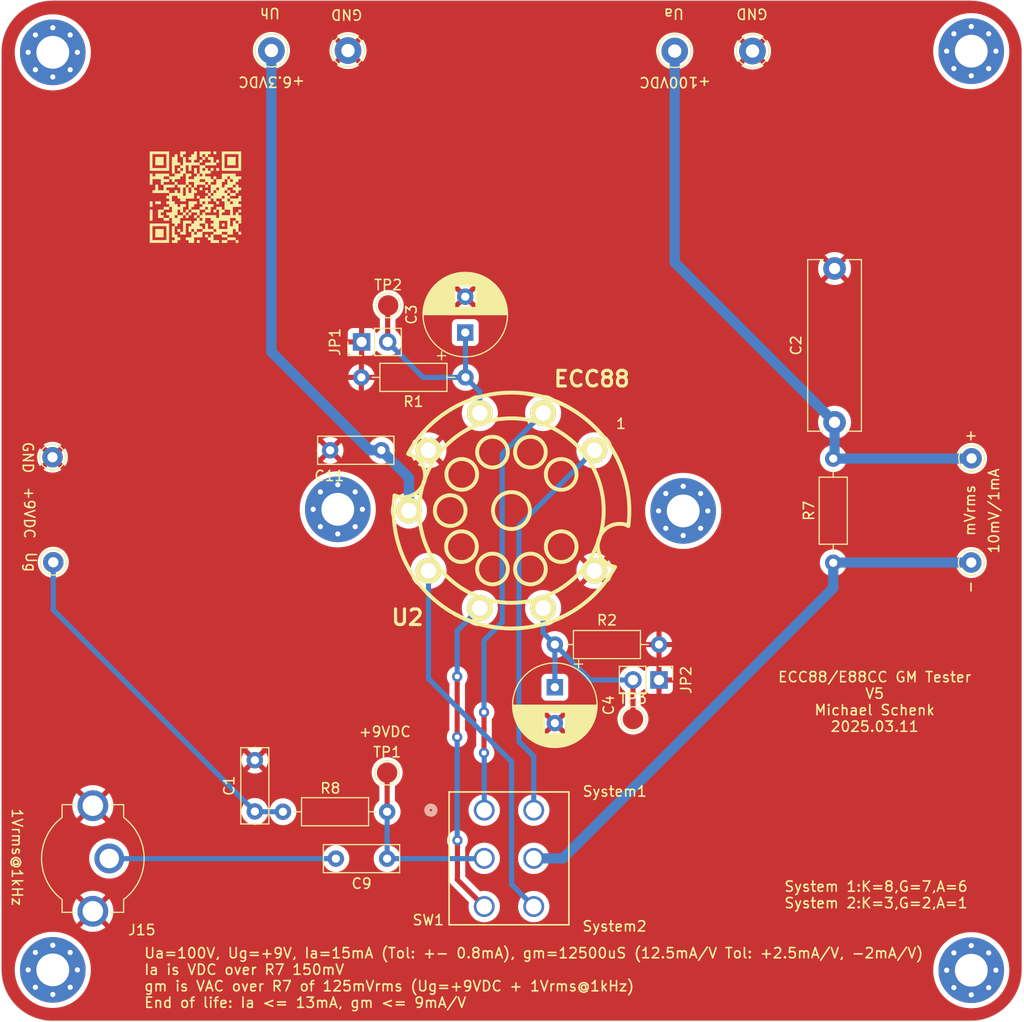
<source format=kicad_pcb>
(kicad_pcb (version 20241229) (generator "pcbnew") (generator_version "9.0")
  (layers (0 "F.Cu" signal) (2 "B.Cu" signal) (13 "F.Paste" user) (15 "B.Paste" user) (5 "F.SilkS" user "F.Silkscreen") (7 "B.SilkS" user "B.Silkscreen") (1 "F.Mask" user) (3 "B.Mask" user) (25 "Edge.Cuts" user))
  (net 0 "")
  (net 1 "VDDA")
  (net 2 "Net-(C9-Pad1)")
  (net 3 "Net-(JP1-B)")
  (net 4 "FVCC")
  (net 5 "Net-(J15-In)")
  (net 6 "FGND")
  (net 7 "Net-(J18-Pin_1)")
  (net 8 "Net-(J17-Pin_1)")
  (net 9 "Net-(JP2-B)")
  (net 10 "Net-(U2B-G)")
  (net 11 "Net-(U2A-A)")
  (net 12 "Net-(U2B-A)")
  (net 13 "Net-(U2A-G)")
  (footprint "MountingHole:MountingHole_3.2mm_M3_Pad_Via" (layer "F.Cu") (at 50.753944 52.832)
    (property "Reference" "H1" (hide yes))
    (property "Value" "MountingHole")
    (pad "1" thru_hole circle (at -2.4 0) (size 0.8 0.8) (drill 0.5) (layers "*.Cu" "*.Mask"))
    (pad "1" thru_hole circle (at -1.697056 -1.697056) (size 0.8 0.8) (drill 0.5) (layers "*.Cu" "*.Mask"))
    (pad "1" thru_hole circle (at -1.697056 1.697056) (size 0.8 0.8) (drill 0.5) (layers "*.Cu" "*.Mask"))
    (pad "1" thru_hole circle (at 0 -2.4) (size 0.8 0.8) (drill 0.5) (layers "*.Cu" "*.Mask"))
    (pad "1" thru_hole circle (at 0 0) (size 6.4 6.4) (drill 3.2) (layers "*.Cu" "*.Mask"))
    (pad "1" thru_hole circle (at 0 2.4) (size 0.8 0.8) (drill 0.5) (layers "*.Cu" "*.Mask"))
    (pad "1" thru_hole circle (at 1.697056 -1.697056) (size 0.8 0.8) (drill 0.5) (layers "*.Cu" "*.Mask"))
    (pad "1" thru_hole circle (at 1.697056 1.697056) (size 0.8 0.8) (drill 0.5) (layers "*.Cu" "*.Mask"))
    (pad "1" thru_hole circle (at 2.4 0) (size 0.8 0.8) (drill 0.5) (layers "*.Cu" "*.Mask"))
  )
  (footprint "MountingHole:MountingHole_3.2mm_M3_Pad_Via" (layer "F.Cu") (at 50.753944 142.320944)
    (property "Reference" "H2" (hide yes))
    (property "Value" "MountingHole")
    (pad "1" thru_hole circle (at -2.4 0) (size 0.8 0.8) (drill 0.5) (layers "*.Cu" "*.Mask"))
    (pad "1" thru_hole circle (at -1.697056 -1.697056) (size 0.8 0.8) (drill 0.5) (layers "*.Cu" "*.Mask"))
    (pad "1" thru_hole circle (at -1.697056 1.697056) (size 0.8 0.8) (drill 0.5) (layers "*.Cu" "*.Mask"))
    (pad "1" thru_hole circle (at 0 -2.4) (size 0.8 0.8) (drill 0.5) (layers "*.Cu" "*.Mask"))
    (pad "1" thru_hole circle (at 0 0) (size 6.4 6.4) (drill 3.2) (layers "*.Cu" "*.Mask"))
    (pad "1" thru_hole circle (at 0 2.4) (size 0.8 0.8) (drill 0.5) (layers "*.Cu" "*.Mask"))
    (pad "1" thru_hole circle (at 1.697056 -1.697056) (size 0.8 0.8) (drill 0.5) (layers "*.Cu" "*.Mask"))
    (pad "1" thru_hole circle (at 1.697056 1.697056) (size 0.8 0.8) (drill 0.5) (layers "*.Cu" "*.Mask"))
    (pad "1" thru_hole circle (at 2.4 0) (size 0.8 0.8) (drill 0.5) (layers "*.Cu" "*.Mask"))
  )
  (footprint "MountingHole:MountingHole_3.2mm_M3_Pad_Via" (layer "F.Cu") (at 140.335 142.354)
    (property "Reference" "H3" (hide yes))
    (property "Value" "MountingHole")
    (pad "1" thru_hole circle (at -2.4 0) (size 0.8 0.8) (drill 0.5) (layers "*.Cu" "*.Mask"))
    (pad "1" thru_hole circle (at -1.697056 -1.697056) (size 0.8 0.8) (drill 0.5) (layers "*.Cu" "*.Mask"))
    (pad "1" thru_hole circle (at -1.697056 1.697056) (size 0.8 0.8) (drill 0.5) (layers "*.Cu" "*.Mask"))
    (pad "1" thru_hole circle (at 0 -2.4) (size 0.8 0.8) (drill 0.5) (layers "*.Cu" "*.Mask"))
    (pad "1" thru_hole circle (at 0 0) (size 6.4 6.4) (drill 3.2) (layers "*.Cu" "*.Mask"))
    (pad "1" thru_hole circle (at 0 2.4) (size 0.8 0.8) (drill 0.5) (layers "*.Cu" "*.Mask"))
    (pad "1" thru_hole circle (at 1.697056 -1.697056) (size 0.8 0.8) (drill 0.5) (layers "*.Cu" "*.Mask"))
    (pad "1" thru_hole circle (at 1.697056 1.697056) (size 0.8 0.8) (drill 0.5) (layers "*.Cu" "*.Mask"))
    (pad "1" thru_hole circle (at 2.4 0) (size 0.8 0.8) (drill 0.5) (layers "*.Cu" "*.Mask"))
  )
  (footprint "MountingHole:MountingHole_3.2mm_M3_Pad_Via" (layer "F.Cu") (at 140.335 52.718)
    (property "Reference" "H4" (hide yes))
    (property "Value" "MountingHole")
    (pad "1" thru_hole circle (at -2.4 0) (size 0.8 0.8) (drill 0.5) (layers "*.Cu" "*.Mask"))
    (pad "1" thru_hole circle (at -1.697056 -1.697056) (size 0.8 0.8) (drill 0.5) (layers "*.Cu" "*.Mask"))
    (pad "1" thru_hole circle (at -1.697056 1.697056) (size 0.8 0.8) (drill 0.5) (layers "*.Cu" "*.Mask"))
    (pad "1" thru_hole circle (at 0 -2.4) (size 0.8 0.8) (drill 0.5) (layers "*.Cu" "*.Mask"))
    (pad "1" thru_hole circle (at 0 0) (size 6.4 6.4) (drill 3.2) (layers "*.Cu" "*.Mask"))
    (pad "1" thru_hole circle (at 0 2.4) (size 0.8 0.8) (drill 0.5) (layers "*.Cu" "*.Mask"))
    (pad "1" thru_hole circle (at 1.697056 -1.697056) (size 0.8 0.8) (drill 0.5) (layers "*.Cu" "*.Mask"))
    (pad "1" thru_hole circle (at 1.697056 1.697056) (size 0.8 0.8) (drill 0.5) (layers "*.Cu" "*.Mask"))
    (pad "1" thru_hole circle (at 2.4 0) (size 0.8 0.8) (drill 0.5) (layers "*.Cu" "*.Mask"))
  )
  (footprint "Connector_Pin:Pin_D1.3mm_L11.0mm" (layer "F.Cu") (at 111.412174 52.705)
    (property "Reference" "J5" (hide yes))
    (property "Value" "Conn_01x01")
    (pad "1" thru_hole circle (at 0 0) (size 2.6 2.6) (drill 1.3) (layers "*.Cu" "*.Mask") (net 1 "VDDA"))
  )
  (footprint "Connector_Pin:Pin_D1.3mm_L11.0mm" (layer "F.Cu") (at 118.999 52.705)
    (property "Reference" "J6" (hide yes))
    (property "Value" "Conn_01x01")
    (pad "1" thru_hole circle (at 0 0) (size 2.6 2.6) (drill 1.3) (layers "*.Cu" "*.Mask") (net 6 "FGND"))
  )
  (footprint "Connector_Pin:Pin_D1.3mm_L11.0mm" (layer "F.Cu") (at 72.076483 52.657064)
    (property "Reference" "J9" (hide yes))
    (property "Value" "Conn_01x01")
    (pad "1" thru_hole circle (at 0 0) (size 2.6 2.6) (drill 1.3) (layers "*.Cu" "*.Mask") (net 4 "FVCC"))
  )
  (footprint "Connector_Pin:Pin_D1.3mm_L11.0mm" (layer "F.Cu") (at 79.547902 52.657064)
    (property "Reference" "J10" (hide yes))
    (property "Value" "Conn_01x01")
    (pad "1" thru_hole circle (at 0 0) (size 2.6 2.6) (drill 1.3) (layers "*.Cu" "*.Mask") (net 6 "FGND"))
  )
  (footprint "Capacitor_THT:C_Rect_L7.2mm_W2.5mm_P5.00mm_FKS2_FKP2_MKS2_MKP2" (layer "F.Cu") (at 82.804 91.6432 180)
    (property "Reference" "C11" (at 5.08 -2.5 0) (layer "F.SilkS"))
    (property "Value" "100nF")
    (pad "1" thru_hole circle (at 0 0 180) (size 1.6 1.6) (drill 0.8) (layers "*.Cu" "*.Mask") (net 4 "FVCC"))
    (pad "2" thru_hole circle (at 5 0 180) (size 1.6 1.6) (drill 0.8) (layers "*.Cu" "*.Mask") (net 6 "FGND"))
  )
  (footprint "Resistor_THT:R_Axial_DIN0207_L6.3mm_D2.5mm_P10.16mm_Horizontal" (layer "F.Cu") (at 83.3628 126.8984 180)
    (property "Reference" "R8" (at 5.5372 2.286 0) (layer "F.SilkS"))
    (property "Value" "200k/0.6W")
    (pad "1" thru_hole circle (at 0 0 180) (size 1.6 1.6) (drill 0.8) (layers "*.Cu" "*.Mask") (net 2 "Net-(C9-Pad1)"))
    (pad "2" thru_hole oval (at 10.16 0 180) (size 1.6 1.6) (drill 0.8) (layers "*.Cu" "*.Mask") (net 7 "Net-(J18-Pin_1)"))
  )
  (footprint "Resistor_THT:R_Axial_DIN0207_L6.3mm_D2.5mm_P10.16mm_Horizontal" (layer "F.Cu") (at 126.873 102.616 90)
    (property "Reference" "R7" (at 5.08 -2.37 90) (layer "F.SilkS"))
    (property "Value" "10R/0.4W/0.1%")
    (pad "1" thru_hole circle (at 0 0 90) (size 1.6 1.6) (drill 0.8) (layers "*.Cu" "*.Mask") (net 8 "Net-(J17-Pin_1)"))
    (pad "2" thru_hole oval (at 10.16 0 90) (size 1.6 1.6) (drill 0.8) (layers "*.Cu" "*.Mask") (net 1 "VDDA"))
  )
  (footprint "TestPoint:TestPoint_Pad_D2.0mm" (layer "F.Cu") (at 83.4644 77.5208)
    (property "Reference" "TP2" (at 0 -1.998 0) (layer "F.SilkS"))
    (property "Value" "TestPoint")
    (pad "1" smd circle (at 0 0) (size 2 2) (layers "F.Cu" "F.Mask") (net 3 "Net-(JP1-B)"))
  )
  (footprint "kicad-snk:TubeNoval-ECC88" (layer "F.Cu") (at 95.48876 97.5233 90)
    (property "Reference" "U2" (at -10.4267 -10.14476 180) (layer "F.SilkS") (effects (font (size 1.524 1.524) (thickness 0.3048))))
    (property "Value" "ECC88" (at 12.8397 7.83844 180) (layer "F.SilkS") (effects (font (size 1.524 1.524) (thickness 0.3048))))
    (pad "1" thru_hole circle (at 5.87756 8.0899 90) (size 2.49936 2.49936) (drill 1.4986) (layers "*.Cu" "*.Mask" "F.SilkS") (net 11 "Net-(U2A-A)"))
    (pad "2" thru_hole circle (at 9.50976 3.0861 90) (size 2.49936 2.49936) (drill 1.4986) (layers "*.Cu" "*.Mask" "F.SilkS") (net 13 "Net-(U2A-G)"))
    (pad "3" thru_hole circle (at 9.50976 -3.0861 90) (size 2.49936 2.49936) (drill 1.4986) (layers "*.Cu" "*.Mask" "F.SilkS") (net 3 "Net-(JP1-B)"))
    (pad "4" thru_hole circle (at 5.87756 -8.0899 90) (size 2.49936 2.49936) (drill 1.4986) (layers "*.Cu" "*.Mask" "F.SilkS") (net 6 "FGND"))
    (pad "5" thru_hole circle (at 0 -9.99998 90) (size 2.49936 2.49936) (drill 1.4986) (layers "*.Cu" "*.Mask" "F.SilkS") (net 4 "FVCC"))
    (pad "6" thru_hole circle (at -5.87756 -8.0899 90) (size 2.49936 2.49936) (drill 1.4986) (layers "*.Cu" "*.Mask" "F.SilkS") (net 12 "Net-(U2B-A)"))
    (pad "7" thru_hole circle (at -9.50976 -3.0861 90) (size 2.49936 2.49936) (drill 1.4986) (layers "*.Cu" "*.Mask" "F.SilkS") (net 10 "Net-(U2B-G)"))
    (pad "8" thru_hole circle (at -9.50976 3.0861 90) (size 2.49936 2.49936) (drill 1.4986) (layers "*.Cu" "*.Mask" "F.SilkS") (net 9 "Net-(JP2-B)"))
    (pad "9" thru_hole circle (at -5.87756 8.0899 90) (size 2.49936 2.49936) (drill 1.4986) (layers "*.Cu" "*.Mask" "F.SilkS") (net 6 "FGND"))
  )
  (footprint "Connector_Pin:Pin_D1.0mm_L10.0mm" (layer "F.Cu") (at 140.364853 92.4306)
    (property "Reference" "J16" (hide yes))
    (property "Value" "Conn_01x01")
    (pad "1" thru_hole circle (at 0 0) (size 2 2) (drill 1) (layers "*.Cu" "*.Mask") (net 1 "VDDA"))
  )
  (footprint "kicad-snk:RCA-Phono_CUI-Devices_RCJ-02X_Vertical" (layer "F.Cu") (at 54.6608 131.457126 -90)
    (property "Reference" "J15" (at 6.972874 -4.7752 180) (layer "F.SilkS"))
    (property "Value" "1Vrms@1kHz")
    (pad "1" thru_hole circle (at 0 -1.6 270) (size 2.9 2.9) (drill 1.9) (layers "*.Cu" "*.Mask") (net 5 "Net-(J15-In)"))
    (pad "2" thru_hole circle (at -5.15 0 270) (size 3 3) (drill 2) (layers "*.Cu" "*.Mask") (net 6 "FGND"))
    (pad "2" thru_hole circle (at 5.15 0 270) (size 3 3) (drill 2) (layers "*.Cu" "*.Mask") (net 6 "FGND"))
  )
  (footprint "MountingHole:MountingHole_3.2mm_M3_Pad_Via" (layer "F.Cu") (at 78.549573 97.401311)
    (property "Reference" "H5" (hide yes))
    (property "Value" "MountingHole")
    (pad "1" thru_hole circle (at -2.4 0) (size 0.8 0.8) (drill 0.5) (layers "*.Cu" "*.Mask"))
    (pad "1" thru_hole circle (at -1.697056 -1.697056) (size 0.8 0.8) (drill 0.5) (layers "*.Cu" "*.Mask"))
    (pad "1" thru_hole circle (at -1.697056 1.697056) (size 0.8 0.8) (drill 0.5) (layers "*.Cu" "*.Mask"))
    (pad "1" thru_hole circle (at 0 -2.4) (size 0.8 0.8) (drill 0.5) (layers "*.Cu" "*.Mask"))
    (pad "1" thru_hole circle (at 0 0) (size 6.4 6.4) (drill 3.2) (layers "*.Cu" "*.Mask"))
    (pad "1" thru_hole circle (at 0 2.4) (size 0.8 0.8) (drill 0.5) (layers "*.Cu" "*.Mask"))
    (pad "1" thru_hole circle (at 1.697056 -1.697056) (size 0.8 0.8) (drill 0.5) (layers "*.Cu" "*.Mask"))
    (pad "1" thru_hole circle (at 1.697056 1.697056) (size 0.8 0.8) (drill 0.5) (layers "*.Cu" "*.Mask"))
    (pad "1" thru_hole circle (at 2.4 0) (size 0.8 0.8) (drill 0.5) (layers "*.Cu" "*.Mask"))
  )
  (footprint "Capacitor_THT:C_Rect_L7.2mm_W2.5mm_P5.00mm_FKS2_FKP2_MKS2_MKP2" (layer "F.Cu") (at 83.3628 131.4704 180)
    (property "Reference" "C9" (at 2.4892 -2.4384 0) (layer "F.SilkS"))
    (property "Value" "100nF")
    (pad "1" thru_hole circle (at 0 0 180) (size 1.6 1.6) (drill 0.8) (layers "*.Cu" "*.Mask") (net 2 "Net-(C9-Pad1)"))
    (pad "2" thru_hole circle (at 5 0 180) (size 1.6 1.6) (drill 0.8) (layers "*.Cu" "*.Mask") (net 5 "Net-(J15-In)"))
  )
  (footprint "TestPoint:TestPoint_Pad_D2.0mm" (layer "F.Cu") (at 83.3628 123.0884)
    (property "Reference" "TP1" (at 0 -1.998 0) (layer "F.SilkS"))
    (property "Value" "TestPoint")
    (pad "1" smd circle (at 0 0) (size 2 2) (layers "F.Cu" "F.Mask") (net 2 "Net-(C9-Pad1)"))
  )
  (footprint "Resistor_THT:R_Axial_DIN0207_L6.3mm_D2.5mm_P10.16mm_Horizontal" (layer "F.Cu") (at 99.7204 110.5916)
    (property "Reference" "R2" (at 5.08 -2.37 0) (layer "F.SilkS"))
    (property "Value" "680R/0.6W")
    (pad "1" thru_hole circle (at 0 0) (size 1.6 1.6) (drill 0.8) (layers "*.Cu" "*.Mask") (net 9 "Net-(JP2-B)"))
    (pad "2" thru_hole oval (at 10.16 0) (size 1.6 1.6) (drill 0.8) (layers "*.Cu" "*.Mask") (net 6 "FGND"))
  )
  (footprint "Connector_Pin:Pin_D1.0mm_L10.0mm" (layer "F.Cu") (at 50.8 102.5652)
    (property "Reference" "J18" (hide yes))
    (property "Value" "~")
    (pad "1" thru_hole circle (at 0 0) (size 2 2) (drill 1) (layers "*.Cu" "*.Mask") (net 7 "Net-(J18-Pin_1)"))
  )
  (footprint "Capacitor_THT:C_Rect_L7.2mm_W2.5mm_P5.00mm_FKS2_FKP2_MKS2_MKP2" (layer "F.Cu") (at 70.4596 126.8692 90)
    (property "Reference" "C1" (at 2.5 -2.5 90) (layer "F.SilkS"))
    (property "Value" "100nF")
    (pad "1" thru_hole circle (at 0 0 90) (size 1.6 1.6) (drill 0.8) (layers "*.Cu" "*.Mask") (net 7 "Net-(J18-Pin_1)"))
    (pad "2" thru_hole circle (at 5 0 90) (size 1.6 1.6) (drill 0.8) (layers "*.Cu" "*.Mask") (net 6 "FGND"))
  )
  (footprint "Connector_Pin:Pin_D1.0mm_L10.0mm" (layer "F.Cu") (at 50.725632 92.32051)
    (property "Reference" "J19" (hide yes))
    (property "Value" "~")
    (pad "1" thru_hole circle (at 0 0) (size 2 2) (drill 1) (layers "*.Cu" "*.Mask") (net 6 "FGND"))
  )
  (footprint "LOGO" (layer "F.Cu") (at 64.6684 66.9544)
    (property "Reference" "G***" (hide yes))
    (property "Value" "LOGO" (hide yes))
  )
  (footprint "Connector_Pin:Pin_D1.0mm_L10.0mm" (layer "F.Cu") (at 140.335 102.5906)
    (property "Reference" "J17" (hide yes))
    (property "Value" "Conn_01x01")
    (pad "1" thru_hole circle (at 0 0) (size 2 2) (drill 1) (layers "*.Cu" "*.Mask") (net 8 "Net-(J17-Pin_1)"))
  )
  (footprint "Resistor_THT:R_Axial_DIN0207_L6.3mm_D2.5mm_P10.16mm_Horizontal" (layer "F.Cu") (at 91.0082 84.5312 180)
    (property "Reference" "R1" (at 5.08 -2.37 0) (layer "F.SilkS"))
    (property "Value" "680R/0.6W")
    (pad "1" thru_hole circle (at 0 0 180) (size 1.6 1.6) (drill 0.8) (layers "*.Cu" "*.Mask") (net 3 "Net-(JP1-B)"))
    (pad "2" thru_hole oval (at 10.16 0 180) (size 1.6 1.6) (drill 0.8) (layers "*.Cu" "*.Mask") (net 6 "FGND"))
  )
  (footprint "MountingHole:MountingHole_3.2mm_M3_Pad_Via" (layer "F.Cu") (at 112.238939 97.55747)
    (property "Reference" "H6" (hide yes))
    (property "Value" "MountingHole")
    (pad "1" thru_hole circle (at -2.4 0) (size 0.8 0.8) (drill 0.5) (layers "*.Cu" "*.Mask"))
    (pad "1" thru_hole circle (at -1.697056 -1.697056) (size 0.8 0.8) (drill 0.5) (layers "*.Cu" "*.Mask"))
    (pad "1" thru_hole circle (at -1.697056 1.697056) (size 0.8 0.8) (drill 0.5) (layers "*.Cu" "*.Mask"))
    (pad "1" thru_hole circle (at 0 -2.4) (size 0.8 0.8) (drill 0.5) (layers "*.Cu" "*.Mask"))
    (pad "1" thru_hole circle (at 0 0) (size 6.4 6.4) (drill 3.2) (layers "*.Cu" "*.Mask"))
    (pad "1" thru_hole circle (at 0 2.4) (size 0.8 0.8) (drill 0.5) (layers "*.Cu" "*.Mask"))
    (pad "1" thru_hole circle (at 1.697056 -1.697056) (size 0.8 0.8) (drill 0.5) (layers "*.Cu" "*.Mask"))
    (pad "1" thru_hole circle (at 1.697056 1.697056) (size 0.8 0.8) (drill 0.5) (layers "*.Cu" "*.Mask"))
    (pad "1" thru_hole circle (at 2.4 0) (size 0.8 0.8) (drill 0.5) (layers "*.Cu" "*.Mask"))
  )
  (footprint "Capacitor_THT:C_Rect_L16.5mm_W5.0mm_P15.00mm_MKT" (layer "F.Cu") (at 127 88.914 90)
    (property "Reference" "C2" (at 7.5 -3.75 90) (layer "F.SilkS"))
    (property "Value" "100nF")
    (pad "1" thru_hole circle (at 0 0 90) (size 2.2 2.2) (drill 1.1) (layers "*.Cu" "*.Mask") (net 1 "VDDA"))
    (pad "2" thru_hole circle (at 15 0 90) (size 2.2 2.2) (drill 1.1) (layers "*.Cu" "*.Mask") (net 6 "FGND"))
  )
  (footprint "Capacitor_THT:CP_Radial_D8.0mm_P3.50mm" (layer "F.Cu") (at 99.7204 114.7572 -90)
    (property "Reference" "C4" (at 1.75 -5.25 90) (layer "F.SilkS"))
    (property "Value" "220uF")
    (pad "1" thru_hole rect (at 0 0 270) (size 1.6 1.6) (drill 0.8) (layers "*.Cu" "*.Mask") (net 9 "Net-(JP2-B)"))
    (pad "2" thru_hole circle (at 3.5 0 270) (size 1.6 1.6) (drill 0.8) (layers "*.Cu" "*.Mask") (net 6 "FGND"))
  )
  (footprint "Connector_PinHeader_2.54mm:PinHeader_1x02_P2.54mm_Vertical" (layer "F.Cu") (at 109.8804 114.046 -90)
    (property "Reference" "JP2" (at 0 -2.6416 90) (layer "F.SilkS"))
    (property "Value" "Jumper_2_Open")
    (pad "1" thru_hole rect (at 0 0 270) (size 1.7 1.7) (drill 1) (layers "*.Cu" "*.Mask") (net 6 "FGND"))
    (pad "2" thru_hole oval (at 0 2.54 270) (size 1.7 1.7) (drill 1) (layers "*.Cu" "*.Mask") (net 9 "Net-(JP2-B)"))
  )
  (footprint "Capacitor_THT:CP_Radial_D8.0mm_P3.50mm" (layer "F.Cu") (at 90.9828 80.1624 90)
    (property "Reference" "C3" (at 1.75 -5.25 90) (layer "F.SilkS"))
    (property "Value" "220uF")
    (pad "1" thru_hole rect (at 0 0 90) (size 1.6 1.6) (drill 0.8) (layers "*.Cu" "*.Mask") (net 3 "Net-(JP1-B)"))
    (pad "2" thru_hole circle (at 3.5 0 90) (size 1.6 1.6) (drill 0.8) (layers "*.Cu" "*.Mask") (net 6 "FGND"))
  )
  (footprint "Connector_PinHeader_2.54mm:PinHeader_1x02_P2.54mm_Vertical" (layer "F.Cu") (at 80.8736 81.0768 90)
    (property "Reference" "JP1" (at 0 -2.5908 90) (layer "F.SilkS"))
    (property "Value" "Jumper_2_Open")
    (pad "1" thru_hole rect (at 0 0 90) (size 1.7 1.7) (drill 1) (layers "*.Cu" "*.Mask") (net 6 "FGND"))
    (pad "2" thru_hole oval (at 0 2.54 90) (size 1.7 1.7) (drill 1) (layers "*.Cu" "*.Mask") (net 3 "Net-(JP1-B)"))
  )
  (footprint "kicad-snk:SW6_ANT21SECQE_CRS" (layer "F.Cu") (at 92.832998 126.744999)
    (property "Reference" "SW1" (at -5.456998 10.719801 0) (layer "F.SilkS"))
    (property "Value" "DPDT_SW_ANT21SECQE")
    (pad "1" thru_hole circle (at 0 0) (size 2.032 2.032) (drill 1.524) (layers "*.Cu" "*.Mask") (net 13 "Net-(U2A-G)"))
    (pad "2" thru_hole circle (at 0 4.700001) (size 2.032 2.032) (drill 1.524) (layers "*.Cu" "*.Mask") (net 2 "Net-(C9-Pad1)"))
    (pad "3" thru_hole circle (at 0 9.400001) (size 2.032 2.032) (drill 1.524) (layers "*.Cu" "*.Mask") (net 10 "Net-(U2B-G)"))
    (pad "4" thru_hole circle (at 4.830002 0) (size 2.032 2.032) (drill 1.524) (layers "*.Cu" "*.Mask") (net 11 "Net-(U2A-A)"))
    (pad "5" thru_hole circle (at 4.830002 4.700001) (size 2.032 2.032) (drill 1.524) (layers "*.Cu" "*.Mask") (net 8 "Net-(J17-Pin_1)"))
    (pad "6" thru_hole circle (at 4.830002 9.400001) (size 2.032 2.032) (drill 1.524) (layers "*.Cu" "*.Mask") (net 12 "Net-(U2B-A)"))
  )
  (footprint "TestPoint:TestPoint_Pad_D2.0mm" (layer "F.Cu") (at 107.3404 117.856)
    (property "Reference" "TP3" (at 0 -1.998 0) (layer "F.SilkS"))
    (property "Value" "TestPoint")
    (pad "1" smd circle (at 0 0) (size 2 2) (layers "F.Cu" "F.Mask") (net 9 "Net-(JP2-B)"))
  )
  (gr_line (start 140.288 147.32) (end 50.72 147.32) (stroke (width 0.05)) (layer "Edge.Cuts"))
  (gr_line (start 45.72 142.32) (end 45.72 52.752) (stroke (width 0.05)) (layer "Edge.Cuts"))
  (gr_arc (start 145.288 142.32) (mid 143.823534 145.855534) (end 140.288 147.32) (stroke (width 0.05)) (layer "Edge.Cuts"))
  (gr_arc (start 50.72 147.32) (mid 47.184466 145.855534) (end 45.72 142.32) (stroke (width 0.05)) (layer "Edge.Cuts"))
  (gr_line (start 50.72 47.752) (end 140.288 47.752) (stroke (width 0.05)) (layer "Edge.Cuts"))
  (gr_arc (start 45.72 52.752) (mid 47.184466 49.216466) (end 50.72 47.752) (stroke (width 0.05)) (layer "Edge.Cuts"))
  (gr_arc (start 140.288 47.752) (mid 143.823534 49.216466) (end 145.288 52.752) (stroke (width 0.05)) (layer "Edge.Cuts"))
  (gr_line (start 145.288 52.752) (end 145.288 142.32) (stroke (width 0.05)) (layer "Edge.Cuts"))
  (gr_text "GND" (at 48.324558 92.3544 270) (layer "F.SilkS") (effects (font (size 1 1))))
  (gr_text "+6.3VDC" (at 72.093215 55.704078 180) (layer "F.SilkS") (effects (font (size 1 1))))
  (gr_text "GND" (at 118.947135 49.0728 180) (layer "F.SilkS") (effects (font (size 1 1))))
  (gr_text "GND" (at 79.420902 49.151864 180) (layer "F.SilkS") (effects (font (size 1 1))))
  (gr_text "-" (at 140.8176 104.267 90) (layer "F.SilkS") (effects (font (size 1 1)) (justify left bottom mirror)))
  (gr_text "+9VDC" (at 47.879 95.123 270) (layer "F.SilkS") (effects (font (size 1 1)) (justify left bottom)))
  (gr_text "Uh" (at 71.927902 49.00973 180) (layer "F.SilkS") (effects (font (size 1 1))))
  (gr_text "+" (at 141.0208 90.7542 0) (layer "F.SilkS") (effects (font (size 1 1)) (justify left bottom mirror)))
  (gr_text "Ua" (at 111.327135 49.0728 180) (layer "F.SilkS") (effects (font (size 1 1))))
  (gr_text "+9VDC" (at 80.518 119.6848 0) (layer "F.SilkS") (effects (font (size 1 1)) (justify left bottom)))
  (gr_text "ECC88/E88CC GM Tester\nV5\nMichael Schenk\n2025.03.11" (at 130.9116 116.1796 0) (layer "F.SilkS") (effects (font (size 1 1))))
  (gr_text "Ua=100V, Ug=+9V, Ia=15mA (Tol: +- 0.8mA), gm=12500uS (12.5mA/V Tol: +2.5mA/V, -2mA/V)\nIa is VDC over R7 150mV\ngm is VAC over R7 of 125mVrms (Ug=+9VDC + 1Vrms@1kHz)\nEnd of life: Ia <= 13mA, gm <= 9mA/V" (at 59.5884 143.1036 0) (layer "F.SilkS") (effects (font (size 1 1)) (justify left)))
  (gr_text "mVrms" (at 140.208 97.5106 90) (layer "F.SilkS") (effects (font (size 1 1))))
  (gr_text "Ug" (at 48.612937 102.5512 270) (layer "F.SilkS") (effects (font (size 1 1))))
  (gr_text "+100VDC" (at 111.446877 55.743231 180) (layer "F.SilkS") (effects (font (size 1 1))))
  (gr_text "1" (at 106.172 89.0524 0) (layer "F.SilkS") (effects (font (size 1 1))))
  (gr_text "10mV/1mA" (at 142.5448 97.5614 90) (layer "F.SilkS") (effects (font (size 1 1))))
  (gr_text "System1" (at 105.5624 124.9172 0) (layer "F.SilkS") (effects (font (size 1 1))))
  (gr_text "System 1:K=8,G=7,A=6\nSystem 2:K=3,G=2,A=1" (at 122.018124 134.998943 0) (layer "F.SilkS") (effects (font (size 1 1)) (justify left)))
  (gr_text "System2" (at 105.543511 138.07317 0) (layer "F.SilkS") (effects (font (size 1 1))))
  (gr_text "1Vrms@1kHz" (at 46.6852 126.492 270) (layer "F.SilkS") (effects (font (size 1 1)) (justify left bottom)))
  (segment (start 111.412174 52.705) (end 111.412174 73.326174) (width 1) (layer "B.Cu") (net 1))
  (segment (start 127 88.914) (end 127 92.329) (width 1) (layer "B.Cu") (net 1))
  (segment (start 140.339453 92.456) (end 140.364853 92.4306) (width 1) (layer "B.Cu") (net 1))
  (segment (start 126.873 92.456) (end 140.339453 92.456) (width 1) (layer "B.Cu") (net 1))
  (segment (start 111.412174 73.326174) (end 127 88.914) (width 1) (layer "B.Cu") (net 1))
  (segment (start 127 92.329) (end 126.873 92.456) (width 1) (layer "B.Cu") (net 1))
  (segment (start 83.3628 126.8984) (end 83.3628 123.0884) (width 0.5) (layer "F.Cu") (net 2))
  (segment (start 83.3628 131.4704) (end 92.807598 131.4704) (width 0.5) (layer "B.Cu") (net 2))
  (segment (start 83.3628 131.4704) (end 83.3628 126.8984) (width 0.5) (layer "B.Cu") (net 2))
  (segment (start 92.807598 131.4704) (end 92.832998 131.445) (width 0.5) (layer "B.Cu") (net 2))
  (segment (start 83.4136 77.5716) (end 83.4644 77.5208) (width 0.5) (layer "F.Cu") (net 3))
  (segment (start 83.4136 81.0768) (end 83.4136 77.5716) (width 0.5) (layer "F.Cu") (net 3))
  (segment (start 92.40266 85.92566) (end 91.0082 84.5312) (width 0.5) (layer "B.Cu") (net 3))
  (segment (start 91.0082 84.5312) (end 86.868 84.5312) (width 0.5) (layer "B.Cu") (net 3))
  (segment (start 86.868 84.5312) (end 83.4136 81.0768) (width 0.5) (layer "B.Cu") (net 3))
  (segment (start 91.0082 80.1878) (end 90.9828 80.1624) (width 0.5) (layer "B.Cu") (net 3))
  (segment (start 92.40266 88.01354) (end 92.40266 85.92566) (width 0.5) (layer "B.Cu") (net 3))
  (segment (start 91.0082 84.5312) (end 91.0082 80.1878) (width 0.5) (layer "B.Cu") (net 3))
  (segment (start 82.804 91.6432) (end 81.67263 91.6432) (width 1) (layer "B.Cu") (net 4))
  (segment (start 81.67263 91.6432) (end 72.076483 82.047053) (width 1) (layer "B.Cu") (net 4))
  (segment (start 85.48878 94.32798) (end 82.804 91.6432) (width 1) (layer "B.Cu") (net 4))
  (segment (start 72.076483 82.047053) (end 72.076483 52.657064) (width 1) (layer "B.Cu") (net 4))
  (segment (start 85.48878 97.5233) (end 85.48878 94.32798) (width 1) (layer "B.Cu") (net 4))
  (segment (start 78.3628 131.4704) (end 56.274074 131.4704) (width 0.5) (layer "B.Cu") (net 5))
  (segment (start 56.274074 131.4704) (end 56.2608 131.457126) (width 0.5) (layer "B.Cu") (net 5))
  (segment (start 70.4888 126.8984) (end 70.4596 126.8692) (width 0.5) (layer "B.Cu") (net 7))
  (segment (start 73.2028 126.8984) (end 70.4888 126.8984) (width 0.5) (layer "B.Cu") (net 7))
  (segment (start 70.4596 126.8692) (end 50.8 107.2096) (width 0.5) (layer "B.Cu") (net 7))
  (segment (start 50.8 107.2096) (end 50.8 102.5652) (width 0.5) (layer "B.Cu") (net 7))
  (segment (start 126.873 105.075056) (end 126.873 102.616) (width 1) (layer "B.Cu") (net 8))
  (segment (start 140.335 102.5906) (end 126.8984 102.5906) (width 1) (layer "B.Cu") (net 8))
  (segment (start 100.503056 131.445) (end 126.873 105.075056) (width 1) (layer "B.Cu") (net 8))
  (segment (start 126.8984 102.5906) (end 126.873 102.616) (width 1) (layer "B.Cu") (net 8))
  (segment (start 97.663 131.445) (end 100.503056 131.445) (width 1) (layer "B.Cu") (net 8))
  (segment (start 107.3404 114.046) (end 107.3404 117.856) (width 0.5) (layer "F.Cu") (net 9))
  (segment (start 99.7204 110.5916) (end 99.7204 114.7572) (width 0.5) (layer "B.Cu") (net 9))
  (segment (start 98.57486 107.03306) (end 98.57486 109.44606) (width 0.5) (layer "B.Cu") (net 9))
  (segment (start 103.1748 114.046) (end 99.7204 110.5916) (width 0.5) (layer "B.Cu") (net 9))
  (segment (start 98.57486 109.44606) (end 99.7204 110.5916) (width 0.5) (layer "B.Cu") (net 9))
  (segment (start 107.3404 114.046) (end 103.1748 114.046) (width 0.5) (layer "B.Cu") (net 9))
  (segment (start 90.2208 129.6924) (end 90.2208 133.482002) (width 0.5) (layer "F.Cu") (net 10))
  (segment (start 92.832998 136.145) (end 90.1954 133.507402) (width 0.5) (layer "F.Cu") (net 10))
  (segment (start 90.1954 113.7158) (end 90.1954 119.6086) (width 0.5) (layer "F.Cu") (net 10))
  (segment (start 90.2208 133.482002) (end 90.1954 133.507402) (width 0.5) (layer "F.Cu") (net 10))
  (via (at 90.1954 113.7158) (size 1) (drill 0.5) (layers "F.Cu" "B.Cu") (net 10))
  (via (at 90.1954 119.6086) (size 1) (drill 0.5) (layers "F.Cu" "B.Cu") (net 10))
  (via (at 90.2208 129.6924) (size 1) (drill 0.5) (layers "F.Cu" "B.Cu") (net 10))
  (segment (start 90.1954 109.24032) (end 90.1954 113.7158) (width 0.5) (layer "B.Cu") (net 10))
  (segment (start 92.40266 107.03306) (end 90.1954 109.24032) (width 0.5) (layer "B.Cu") (net 10))
  (segment (start 90.1954 119.6086) (end 90.1954 129.667) (width 0.5) (layer "B.Cu") (net 10))
  (segment (start 90.1954 129.667) (end 90.2208 129.6924) (width 0.5) (layer "B.Cu") (net 10))
  (segment (start 96.2152 120.0404) (end 96.2152 99.0092) (width 0.5) (layer "B.Cu") (net 11))
  (segment (start 97.663 121.4882) (end 96.2152 120.0404) (width 0.5) (layer "B.Cu") (net 11))
  (segment (start 96.2152 99.0092) (end 103.57866 91.64574) (width 0.5) (layer "B.Cu") (net 11))
  (segment (start 97.663 126.744999) (end 97.663 121.4882) (width 0.5) (layer "B.Cu") (net 11))
  (segment (start 97.663 136.145) (end 95.504 133.986) (width 0.5) (layer "B.Cu") (net 12))
  (segment (start 95.504 122.0216) (end 87.39886 113.91646) (width 0.5) (layer "B.Cu") (net 12))
  (segment (start 95.504 133.986) (end 95.504 122.0216) (width 0.5) (layer "B.Cu") (net 12))
  (segment (start 87.39886 113.91646) (end 87.39886 103.40086) (width 0.5) (layer "B.Cu") (net 12))
  (segment (start 92.8116 121.158) (end 92.8116 117.1956) (width 0.5) (layer "F.Cu") (net 13))
  (via (at 92.8116 117.1956) (size 1) (drill 0.5) (layers "F.Cu" "B.Cu") (net 13))
  (via (at 92.8116 121.158) (size 1) (drill 0.5) (layers "F.Cu" "B.Cu") (net 13))
  (segment (start 92.8116 110.1852) (end 94.5896 108.4072) (width 0.5) (layer "B.Cu") (net 13))
  (segment (start 94.5896 91.9988) (end 98.57486 88.01354) (width 0.5) (layer "B.Cu") (net 13))
  (segment (start 92.832998 121.179398) (end 92.8116 121.158) (width 0.5) (layer "B.Cu") (net 13))
  (segment (start 92.832998 126.744999) (end 92.832998 121.179398) (width 0.5) (layer "B.Cu") (net 13))
  (segment (start 92.8116 117.1956) (end 92.8116 110.1852) (width 0.5) (layer "B.Cu") (net 13))
  (segment (start 94.5896 108.4072) (end 94.5896 91.9988) (width 0.5) (layer "B.Cu") (net 13))
  (zone (net 6) (net_name "FGND") (layer "F.Cu") (connect_pads (clearance 0.508)) (min_thickness 0.25) (fill yes (thermal_gap 0.5) (thermal_bridge_width 0.5))
    (polygon (pts (xy 45.72 147.32) (xy 45.72 47.752) (xy 145.288 47.752) (xy 145.288 147.32)))
  )
)
</source>
